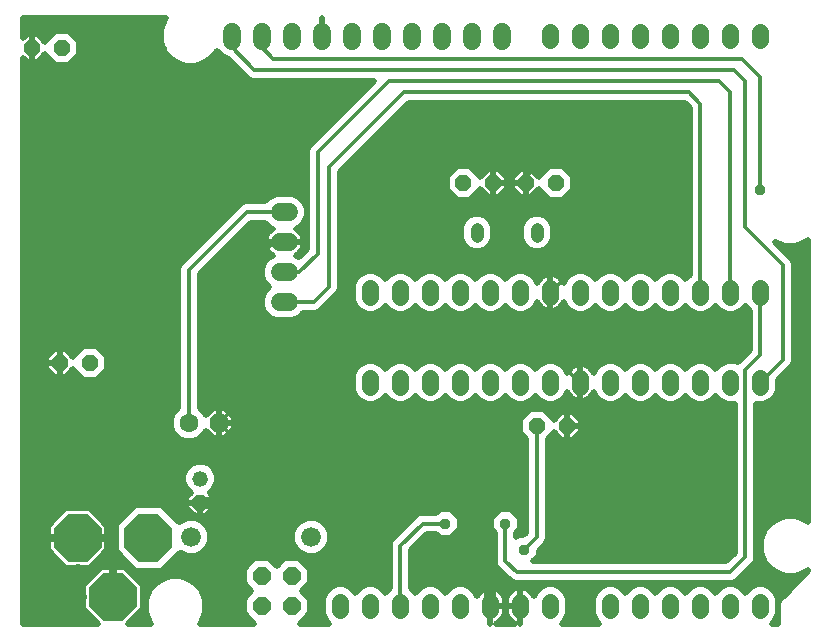
<source format=gbl>
G75*
%MOIN*%
%OFA0B0*%
%FSLAX25Y25*%
%IPPOS*%
%LPD*%
%AMOC8*
5,1,8,0,0,1.08239X$1,22.5*
%
%ADD10C,0.05600*%
%ADD11OC8,0.15748*%
%ADD12C,0.07677*%
%ADD13C,0.04400*%
%ADD14OC8,0.05200*%
%ADD15OC8,0.06300*%
%ADD16C,0.06300*%
%ADD17C,0.05200*%
%ADD18C,0.06600*%
%ADD19C,0.06000*%
%ADD20OC8,0.06000*%
%ADD21OC8,0.03575*%
%ADD22C,0.01200*%
%ADD23C,0.04000*%
%ADD24C,0.02000*%
D10*
X0200480Y0014100D02*
X0200480Y0016900D01*
X0210480Y0016900D02*
X0210480Y0014100D01*
X0220480Y0014100D02*
X0220480Y0016900D01*
X0230480Y0016900D02*
X0230480Y0014100D01*
X0240480Y0014100D02*
X0240480Y0016900D01*
X0250480Y0016900D02*
X0250480Y0014100D01*
X0260480Y0014100D02*
X0260480Y0016900D01*
X0270480Y0016900D02*
X0270480Y0014100D01*
X0290480Y0014100D02*
X0290480Y0016900D01*
X0300480Y0016900D02*
X0300480Y0014100D01*
X0310480Y0014100D02*
X0310480Y0016900D01*
X0320480Y0016900D02*
X0320480Y0014100D01*
X0330480Y0014100D02*
X0330480Y0016900D01*
X0340480Y0016900D02*
X0340480Y0014100D01*
X0340480Y0088600D02*
X0340480Y0091400D01*
X0330480Y0091400D02*
X0330480Y0088600D01*
X0320480Y0088600D02*
X0320480Y0091400D01*
X0310480Y0091400D02*
X0310480Y0088600D01*
X0300480Y0088600D02*
X0300480Y0091400D01*
X0290480Y0091400D02*
X0290480Y0088600D01*
X0280480Y0088600D02*
X0280480Y0091400D01*
X0270480Y0091400D02*
X0270480Y0088600D01*
X0260480Y0088600D02*
X0260480Y0091400D01*
X0250480Y0091400D02*
X0250480Y0088600D01*
X0240480Y0088600D02*
X0240480Y0091400D01*
X0230480Y0091400D02*
X0230480Y0088600D01*
X0220480Y0088600D02*
X0220480Y0091400D01*
X0210480Y0091400D02*
X0210480Y0088600D01*
X0210480Y0118600D02*
X0210480Y0121400D01*
X0220480Y0121400D02*
X0220480Y0118600D01*
X0230480Y0118600D02*
X0230480Y0121400D01*
X0240480Y0121400D02*
X0240480Y0118600D01*
X0250480Y0118600D02*
X0250480Y0121400D01*
X0260480Y0121400D02*
X0260480Y0118600D01*
X0270480Y0118600D02*
X0270480Y0121400D01*
X0280480Y0121400D02*
X0280480Y0118600D01*
X0290480Y0118600D02*
X0290480Y0121400D01*
X0300480Y0121400D02*
X0300480Y0118600D01*
X0310480Y0118600D02*
X0310480Y0121400D01*
X0320480Y0121400D02*
X0320480Y0118600D01*
X0330480Y0118600D02*
X0330480Y0121400D01*
X0340480Y0121400D02*
X0340480Y0118600D01*
X0340480Y0204100D02*
X0340480Y0206900D01*
X0330480Y0206900D02*
X0330480Y0204100D01*
X0320480Y0204100D02*
X0320480Y0206900D01*
X0310480Y0206900D02*
X0310480Y0204100D01*
X0300480Y0204100D02*
X0300480Y0206900D01*
X0290480Y0206900D02*
X0290480Y0204100D01*
X0280480Y0204100D02*
X0280480Y0206900D01*
X0270480Y0206900D02*
X0270480Y0204100D01*
D11*
X0136480Y0038200D03*
X0112880Y0038200D03*
X0124680Y0018500D03*
D12*
X0121680Y0018500D03*
X0127680Y0018500D03*
X0136480Y0035200D03*
X0136480Y0041200D03*
X0112880Y0041200D03*
X0112880Y0035200D03*
D13*
X0245980Y0138900D02*
X0245980Y0141100D01*
X0265980Y0141100D02*
X0265980Y0138900D01*
D14*
X0262230Y0156500D03*
X0272230Y0156500D03*
X0251480Y0156500D03*
X0241480Y0156500D03*
X0116980Y0096500D03*
X0106980Y0096500D03*
X0153730Y0050000D03*
X0265980Y0075500D03*
X0275980Y0075500D03*
X0107730Y0201500D03*
X0097730Y0201500D03*
D15*
X0159980Y0076500D03*
D16*
X0149980Y0076500D03*
D17*
X0153730Y0058000D03*
D18*
X0150730Y0038500D03*
X0190730Y0038500D03*
D19*
X0183230Y0116750D02*
X0180230Y0116750D01*
X0180230Y0126750D02*
X0183230Y0126750D01*
X0183230Y0136750D02*
X0180230Y0136750D01*
X0180230Y0146750D02*
X0183230Y0146750D01*
X0184230Y0204000D02*
X0184230Y0207000D01*
X0174230Y0207000D02*
X0174230Y0204000D01*
X0164230Y0204000D02*
X0164230Y0207000D01*
X0194230Y0207000D02*
X0194230Y0204000D01*
X0204230Y0204000D02*
X0204230Y0207000D01*
X0214230Y0207000D02*
X0214230Y0204000D01*
X0224230Y0204000D02*
X0224230Y0207000D01*
X0234230Y0207000D02*
X0234230Y0204000D01*
X0244230Y0204000D02*
X0244230Y0207000D01*
X0254230Y0207000D02*
X0254230Y0204000D01*
D20*
X0184230Y0025500D03*
X0174230Y0025500D03*
X0174230Y0015500D03*
X0184230Y0015500D03*
D21*
X0235480Y0043000D03*
X0255480Y0043000D03*
X0261730Y0034250D03*
X0340480Y0154250D03*
D22*
X0340480Y0191750D01*
X0334230Y0198000D01*
X0177980Y0198000D01*
X0174230Y0201750D01*
X0174230Y0205500D01*
X0164230Y0205500D02*
X0164230Y0201750D01*
X0171730Y0194250D01*
X0331730Y0194250D01*
X0335480Y0190500D01*
X0335480Y0141750D01*
X0347980Y0129250D01*
X0347980Y0097500D01*
X0340480Y0090000D01*
X0335480Y0094250D02*
X0335480Y0031750D01*
X0330480Y0026750D01*
X0259230Y0026750D01*
X0255480Y0030500D01*
X0255480Y0043000D01*
X0261730Y0034250D02*
X0265480Y0038000D01*
X0265980Y0038500D01*
X0265980Y0075500D01*
X0280480Y0090000D02*
X0270480Y0100000D01*
X0270480Y0104250D01*
X0190480Y0104250D01*
X0187730Y0104250D01*
X0177980Y0104250D01*
X0174230Y0108000D01*
X0174230Y0133000D01*
X0177980Y0136750D01*
X0181730Y0136750D01*
X0181730Y0126750D02*
X0186730Y0126750D01*
X0192980Y0133000D01*
X0192980Y0166750D01*
X0216730Y0190500D01*
X0315480Y0190500D01*
X0315480Y0190500D01*
X0326730Y0190500D01*
X0330480Y0186750D01*
X0330480Y0154250D01*
X0330480Y0120000D01*
X0320480Y0120000D02*
X0320480Y0183000D01*
X0316730Y0186750D01*
X0221730Y0186750D01*
X0196730Y0161750D01*
X0196730Y0121750D01*
X0191730Y0116750D01*
X0181730Y0116750D01*
X0187730Y0104250D02*
X0159980Y0076500D01*
X0186480Y0050000D01*
X0187980Y0050000D01*
X0220480Y0035500D02*
X0227980Y0043000D01*
X0235480Y0043000D01*
X0220480Y0035500D02*
X0220480Y0015500D01*
X0149980Y0076500D02*
X0149980Y0127500D01*
X0169230Y0146750D01*
X0181730Y0146750D01*
X0189762Y0104250D02*
X0190480Y0104250D01*
X0270480Y0104250D02*
X0270480Y0120000D01*
X0282980Y0132500D01*
X0282980Y0159250D01*
X0279230Y0163000D01*
X0266730Y0163000D01*
X0262230Y0158500D01*
X0262230Y0156500D01*
X0280480Y0120500D02*
X0280480Y0120000D01*
X0335480Y0094250D02*
X0340480Y0099250D01*
X0340480Y0120000D01*
X0106980Y0111500D02*
X0106980Y0096500D01*
X0106980Y0111500D02*
X0097730Y0120750D01*
X0097730Y0201500D01*
D23*
X0153730Y0050000D02*
X0187980Y0050000D01*
X0239730Y0050000D01*
X0250480Y0039250D01*
X0250480Y0015500D01*
D24*
X0094580Y0009600D02*
X0094580Y0198145D01*
X0095825Y0196900D01*
X0097730Y0196900D01*
X0097730Y0201500D01*
X0097730Y0206100D01*
X0095825Y0206100D01*
X0094580Y0204855D01*
X0094580Y0211400D01*
X0142381Y0211400D01*
X0142088Y0211107D01*
X0140581Y0207469D01*
X0140581Y0203531D01*
X0142088Y0199893D01*
X0144873Y0197108D01*
X0148511Y0195601D01*
X0152449Y0195601D01*
X0156088Y0197108D01*
X0158873Y0199893D01*
X0159160Y0200586D01*
X0160832Y0198913D01*
X0162785Y0198104D01*
X0169691Y0191198D01*
X0171014Y0190650D01*
X0211789Y0190650D01*
X0189928Y0168789D01*
X0189380Y0167466D01*
X0189380Y0134491D01*
X0186677Y0131788D01*
X0186629Y0131837D01*
X0185510Y0132300D01*
X0185851Y0132474D01*
X0186488Y0132936D01*
X0187044Y0133493D01*
X0187507Y0134129D01*
X0187864Y0134831D01*
X0188107Y0135579D01*
X0188230Y0136356D01*
X0188230Y0136750D01*
X0188230Y0137144D01*
X0188107Y0137921D01*
X0187864Y0138669D01*
X0187507Y0139371D01*
X0187044Y0140007D01*
X0186488Y0140564D01*
X0185851Y0141026D01*
X0185510Y0141200D01*
X0186629Y0141663D01*
X0188317Y0143351D01*
X0189230Y0145557D01*
X0189230Y0147943D01*
X0188317Y0150149D01*
X0186629Y0151837D01*
X0184424Y0152750D01*
X0179037Y0152750D01*
X0176832Y0151837D01*
X0175345Y0150350D01*
X0168514Y0150350D01*
X0167191Y0149802D01*
X0166178Y0148789D01*
X0146928Y0129539D01*
X0146380Y0128216D01*
X0146380Y0081597D01*
X0144767Y0079984D01*
X0143830Y0077723D01*
X0143830Y0075277D01*
X0144767Y0073016D01*
X0146497Y0071286D01*
X0148757Y0070350D01*
X0151204Y0070350D01*
X0153464Y0071286D01*
X0155194Y0073016D01*
X0155483Y0073714D01*
X0157847Y0071350D01*
X0159980Y0071350D01*
X0159980Y0076500D01*
X0159980Y0081650D01*
X0157847Y0081650D01*
X0155483Y0079286D01*
X0155194Y0079984D01*
X0153580Y0081597D01*
X0153580Y0126009D01*
X0170722Y0143150D01*
X0175345Y0143150D01*
X0176832Y0141663D01*
X0177951Y0141200D01*
X0177610Y0141026D01*
X0176973Y0140564D01*
X0176417Y0140007D01*
X0175954Y0139371D01*
X0175597Y0138669D01*
X0175354Y0137921D01*
X0175230Y0137144D01*
X0175230Y0136750D01*
X0175230Y0136356D01*
X0175354Y0135579D01*
X0175597Y0134831D01*
X0175954Y0134129D01*
X0176417Y0133493D01*
X0176973Y0132936D01*
X0177610Y0132474D01*
X0177951Y0132300D01*
X0176832Y0131837D01*
X0175144Y0130149D01*
X0174230Y0127943D01*
X0174230Y0125557D01*
X0175144Y0123351D01*
X0176745Y0121750D01*
X0175144Y0120149D01*
X0174230Y0117943D01*
X0174230Y0115557D01*
X0175144Y0113351D01*
X0176832Y0111663D01*
X0179037Y0110750D01*
X0184424Y0110750D01*
X0186629Y0111663D01*
X0188116Y0113150D01*
X0192447Y0113150D01*
X0193770Y0113698D01*
X0194782Y0114711D01*
X0198770Y0118698D01*
X0199782Y0119711D01*
X0200330Y0121034D01*
X0200330Y0160259D01*
X0223222Y0183150D01*
X0315239Y0183150D01*
X0316880Y0181509D01*
X0316880Y0126002D01*
X0315563Y0124685D01*
X0315480Y0124485D01*
X0315397Y0124685D01*
X0313766Y0126317D01*
X0311634Y0127200D01*
X0309327Y0127200D01*
X0307195Y0126317D01*
X0305563Y0124685D01*
X0305480Y0124485D01*
X0305397Y0124685D01*
X0303766Y0126317D01*
X0301634Y0127200D01*
X0299327Y0127200D01*
X0297195Y0126317D01*
X0295563Y0124685D01*
X0295480Y0124485D01*
X0295397Y0124685D01*
X0293766Y0126317D01*
X0291634Y0127200D01*
X0289327Y0127200D01*
X0287195Y0126317D01*
X0285563Y0124685D01*
X0285480Y0124485D01*
X0285397Y0124685D01*
X0283766Y0126317D01*
X0281634Y0127200D01*
X0279327Y0127200D01*
X0277195Y0126317D01*
X0275563Y0124685D01*
X0274945Y0123192D01*
X0274929Y0123243D01*
X0274586Y0123916D01*
X0274142Y0124527D01*
X0273607Y0125061D01*
X0272996Y0125505D01*
X0272323Y0125848D01*
X0271604Y0126082D01*
X0270858Y0126200D01*
X0270480Y0126200D01*
X0270103Y0126200D01*
X0269356Y0126082D01*
X0268638Y0125848D01*
X0267965Y0125505D01*
X0267353Y0125061D01*
X0266819Y0124527D01*
X0266375Y0123916D01*
X0266032Y0123243D01*
X0266016Y0123192D01*
X0265397Y0124685D01*
X0263766Y0126317D01*
X0261634Y0127200D01*
X0259327Y0127200D01*
X0257195Y0126317D01*
X0255563Y0124685D01*
X0255480Y0124485D01*
X0255397Y0124685D01*
X0253766Y0126317D01*
X0251634Y0127200D01*
X0249327Y0127200D01*
X0247195Y0126317D01*
X0245563Y0124685D01*
X0245480Y0124485D01*
X0245397Y0124685D01*
X0243766Y0126317D01*
X0241634Y0127200D01*
X0239327Y0127200D01*
X0237195Y0126317D01*
X0235563Y0124685D01*
X0235480Y0124485D01*
X0235397Y0124685D01*
X0233766Y0126317D01*
X0231634Y0127200D01*
X0229327Y0127200D01*
X0227195Y0126317D01*
X0225563Y0124685D01*
X0225480Y0124485D01*
X0225397Y0124685D01*
X0223766Y0126317D01*
X0221634Y0127200D01*
X0219327Y0127200D01*
X0217195Y0126317D01*
X0215563Y0124685D01*
X0215480Y0124485D01*
X0215397Y0124685D01*
X0213766Y0126317D01*
X0211634Y0127200D01*
X0209327Y0127200D01*
X0207195Y0126317D01*
X0205563Y0124685D01*
X0204680Y0122554D01*
X0204680Y0117446D01*
X0205563Y0115315D01*
X0207195Y0113683D01*
X0209327Y0112800D01*
X0211634Y0112800D01*
X0213766Y0113683D01*
X0215397Y0115315D01*
X0215480Y0115515D01*
X0215563Y0115315D01*
X0217195Y0113683D01*
X0219327Y0112800D01*
X0221634Y0112800D01*
X0223766Y0113683D01*
X0225397Y0115315D01*
X0225480Y0115515D01*
X0225563Y0115315D01*
X0227195Y0113683D01*
X0229327Y0112800D01*
X0231634Y0112800D01*
X0233766Y0113683D01*
X0235397Y0115315D01*
X0235480Y0115515D01*
X0235563Y0115315D01*
X0237195Y0113683D01*
X0239327Y0112800D01*
X0241634Y0112800D01*
X0243766Y0113683D01*
X0245397Y0115315D01*
X0245480Y0115515D01*
X0245563Y0115315D01*
X0247195Y0113683D01*
X0249327Y0112800D01*
X0251634Y0112800D01*
X0253766Y0113683D01*
X0255397Y0115315D01*
X0255480Y0115515D01*
X0255563Y0115315D01*
X0257195Y0113683D01*
X0259327Y0112800D01*
X0261634Y0112800D01*
X0263766Y0113683D01*
X0265397Y0115315D01*
X0266016Y0116808D01*
X0266032Y0116757D01*
X0266375Y0116084D01*
X0266819Y0115473D01*
X0267353Y0114939D01*
X0267965Y0114495D01*
X0268638Y0114152D01*
X0269356Y0113918D01*
X0270103Y0113800D01*
X0270480Y0113800D01*
X0270480Y0120000D01*
X0270480Y0126200D01*
X0270480Y0120000D01*
X0270480Y0120000D01*
X0270480Y0120000D01*
X0270480Y0113800D01*
X0270858Y0113800D01*
X0271604Y0113918D01*
X0272323Y0114152D01*
X0272996Y0114495D01*
X0273607Y0114939D01*
X0274142Y0115473D01*
X0274586Y0116084D01*
X0274929Y0116757D01*
X0274945Y0116808D01*
X0275563Y0115315D01*
X0277195Y0113683D01*
X0279327Y0112800D01*
X0281634Y0112800D01*
X0283766Y0113683D01*
X0285397Y0115315D01*
X0285480Y0115515D01*
X0285563Y0115315D01*
X0287195Y0113683D01*
X0289327Y0112800D01*
X0291634Y0112800D01*
X0293766Y0113683D01*
X0295397Y0115315D01*
X0295480Y0115515D01*
X0295563Y0115315D01*
X0297195Y0113683D01*
X0299327Y0112800D01*
X0301634Y0112800D01*
X0303766Y0113683D01*
X0305397Y0115315D01*
X0305480Y0115515D01*
X0305563Y0115315D01*
X0307195Y0113683D01*
X0309327Y0112800D01*
X0311634Y0112800D01*
X0313766Y0113683D01*
X0315397Y0115315D01*
X0315480Y0115515D01*
X0315563Y0115315D01*
X0317195Y0113683D01*
X0319327Y0112800D01*
X0321634Y0112800D01*
X0323766Y0113683D01*
X0325397Y0115315D01*
X0325480Y0115515D01*
X0325563Y0115315D01*
X0327195Y0113683D01*
X0329327Y0112800D01*
X0331634Y0112800D01*
X0333766Y0113683D01*
X0335397Y0115315D01*
X0335480Y0115515D01*
X0335563Y0115315D01*
X0336880Y0113998D01*
X0336880Y0100741D01*
X0333441Y0097302D01*
X0332840Y0096701D01*
X0331634Y0097200D01*
X0329327Y0097200D01*
X0327195Y0096317D01*
X0325563Y0094685D01*
X0325480Y0094485D01*
X0325397Y0094685D01*
X0323766Y0096317D01*
X0321634Y0097200D01*
X0319327Y0097200D01*
X0317195Y0096317D01*
X0315563Y0094685D01*
X0315480Y0094485D01*
X0315397Y0094685D01*
X0313766Y0096317D01*
X0311634Y0097200D01*
X0309327Y0097200D01*
X0307195Y0096317D01*
X0305563Y0094685D01*
X0305480Y0094485D01*
X0305397Y0094685D01*
X0303766Y0096317D01*
X0301634Y0097200D01*
X0299327Y0097200D01*
X0297195Y0096317D01*
X0295563Y0094685D01*
X0295480Y0094485D01*
X0295397Y0094685D01*
X0293766Y0096317D01*
X0291634Y0097200D01*
X0289327Y0097200D01*
X0287195Y0096317D01*
X0285563Y0094685D01*
X0284945Y0093192D01*
X0284929Y0093243D01*
X0284586Y0093916D01*
X0284142Y0094527D01*
X0283607Y0095061D01*
X0282996Y0095505D01*
X0282323Y0095848D01*
X0281604Y0096082D01*
X0280858Y0096200D01*
X0280480Y0096200D01*
X0280103Y0096200D01*
X0279356Y0096082D01*
X0278638Y0095848D01*
X0277965Y0095505D01*
X0277353Y0095061D01*
X0276819Y0094527D01*
X0276375Y0093916D01*
X0276032Y0093243D01*
X0276016Y0093192D01*
X0275397Y0094685D01*
X0273766Y0096317D01*
X0271634Y0097200D01*
X0269327Y0097200D01*
X0267195Y0096317D01*
X0265563Y0094685D01*
X0265480Y0094485D01*
X0265397Y0094685D01*
X0263766Y0096317D01*
X0261634Y0097200D01*
X0259327Y0097200D01*
X0257195Y0096317D01*
X0255563Y0094685D01*
X0255480Y0094485D01*
X0255397Y0094685D01*
X0253766Y0096317D01*
X0251634Y0097200D01*
X0249327Y0097200D01*
X0247195Y0096317D01*
X0245563Y0094685D01*
X0245480Y0094485D01*
X0245397Y0094685D01*
X0243766Y0096317D01*
X0241634Y0097200D01*
X0239327Y0097200D01*
X0237195Y0096317D01*
X0235563Y0094685D01*
X0235480Y0094485D01*
X0235397Y0094685D01*
X0233766Y0096317D01*
X0231634Y0097200D01*
X0229327Y0097200D01*
X0227195Y0096317D01*
X0225563Y0094685D01*
X0225480Y0094485D01*
X0225397Y0094685D01*
X0223766Y0096317D01*
X0221634Y0097200D01*
X0219327Y0097200D01*
X0217195Y0096317D01*
X0215563Y0094685D01*
X0215480Y0094485D01*
X0215397Y0094685D01*
X0213766Y0096317D01*
X0211634Y0097200D01*
X0209327Y0097200D01*
X0207195Y0096317D01*
X0205563Y0094685D01*
X0204680Y0092554D01*
X0204680Y0087446D01*
X0205563Y0085315D01*
X0207195Y0083683D01*
X0209327Y0082800D01*
X0211634Y0082800D01*
X0213766Y0083683D01*
X0215397Y0085315D01*
X0215480Y0085515D01*
X0215563Y0085315D01*
X0217195Y0083683D01*
X0219327Y0082800D01*
X0221634Y0082800D01*
X0223766Y0083683D01*
X0225397Y0085315D01*
X0225480Y0085515D01*
X0225563Y0085315D01*
X0227195Y0083683D01*
X0229327Y0082800D01*
X0231634Y0082800D01*
X0233766Y0083683D01*
X0235397Y0085315D01*
X0235480Y0085515D01*
X0235563Y0085315D01*
X0237195Y0083683D01*
X0239327Y0082800D01*
X0241634Y0082800D01*
X0243766Y0083683D01*
X0245397Y0085315D01*
X0245480Y0085515D01*
X0245563Y0085315D01*
X0247195Y0083683D01*
X0249327Y0082800D01*
X0251634Y0082800D01*
X0253766Y0083683D01*
X0255397Y0085315D01*
X0255480Y0085515D01*
X0255563Y0085315D01*
X0257195Y0083683D01*
X0259327Y0082800D01*
X0261634Y0082800D01*
X0263766Y0083683D01*
X0265397Y0085315D01*
X0265480Y0085515D01*
X0265563Y0085315D01*
X0267195Y0083683D01*
X0269327Y0082800D01*
X0271634Y0082800D01*
X0273766Y0083683D01*
X0275397Y0085315D01*
X0276016Y0086808D01*
X0276032Y0086757D01*
X0276375Y0086084D01*
X0276819Y0085473D01*
X0277353Y0084939D01*
X0277965Y0084495D01*
X0278638Y0084152D01*
X0279356Y0083918D01*
X0280103Y0083800D01*
X0280480Y0083800D01*
X0280480Y0090000D01*
X0280480Y0096200D01*
X0280480Y0090000D01*
X0280480Y0090000D01*
X0280480Y0090000D01*
X0280480Y0083800D01*
X0280858Y0083800D01*
X0281604Y0083918D01*
X0282323Y0084152D01*
X0282996Y0084495D01*
X0283607Y0084939D01*
X0284142Y0085473D01*
X0284586Y0086084D01*
X0284929Y0086757D01*
X0284945Y0086808D01*
X0285563Y0085315D01*
X0287195Y0083683D01*
X0289327Y0082800D01*
X0291634Y0082800D01*
X0293766Y0083683D01*
X0295397Y0085315D01*
X0295480Y0085515D01*
X0295563Y0085315D01*
X0297195Y0083683D01*
X0299327Y0082800D01*
X0301634Y0082800D01*
X0303766Y0083683D01*
X0305397Y0085315D01*
X0305480Y0085515D01*
X0305563Y0085315D01*
X0307195Y0083683D01*
X0309327Y0082800D01*
X0311634Y0082800D01*
X0313766Y0083683D01*
X0315397Y0085315D01*
X0315480Y0085515D01*
X0315563Y0085315D01*
X0317195Y0083683D01*
X0319327Y0082800D01*
X0321634Y0082800D01*
X0323766Y0083683D01*
X0325397Y0085315D01*
X0325480Y0085515D01*
X0325563Y0085315D01*
X0327195Y0083683D01*
X0329327Y0082800D01*
X0331634Y0082800D01*
X0331880Y0082902D01*
X0331880Y0033241D01*
X0328989Y0030350D01*
X0264601Y0030350D01*
X0266518Y0032267D01*
X0266518Y0033946D01*
X0267520Y0034948D01*
X0269032Y0036461D01*
X0269580Y0037784D01*
X0269580Y0071180D01*
X0271580Y0073180D01*
X0271580Y0073395D01*
X0274075Y0070900D01*
X0275980Y0070900D01*
X0275980Y0075500D01*
X0275980Y0080100D01*
X0274075Y0080100D01*
X0271580Y0077605D01*
X0271580Y0077820D01*
X0268300Y0081100D01*
X0263661Y0081100D01*
X0260380Y0077820D01*
X0260380Y0073180D01*
X0262380Y0071180D01*
X0262380Y0039991D01*
X0261427Y0039037D01*
X0259747Y0039037D01*
X0259080Y0038370D01*
X0259080Y0039830D01*
X0260268Y0041017D01*
X0260268Y0044983D01*
X0257463Y0047787D01*
X0253497Y0047787D01*
X0250693Y0044983D01*
X0250693Y0041017D01*
X0251880Y0039830D01*
X0251880Y0029784D01*
X0252428Y0028461D01*
X0257191Y0023698D01*
X0258514Y0023150D01*
X0331197Y0023150D01*
X0332520Y0023698D01*
X0333532Y0024711D01*
X0338532Y0029711D01*
X0339080Y0031034D01*
X0339080Y0082902D01*
X0339327Y0082800D01*
X0341634Y0082800D01*
X0343766Y0083683D01*
X0345397Y0085315D01*
X0346280Y0087446D01*
X0346280Y0090709D01*
X0351032Y0095461D01*
X0351580Y0096784D01*
X0351580Y0129966D01*
X0351032Y0131289D01*
X0350020Y0132302D01*
X0345455Y0136867D01*
X0348511Y0135601D01*
X0352449Y0135601D01*
X0356088Y0137108D01*
X0356380Y0137400D01*
X0356380Y0043600D01*
X0356088Y0043892D01*
X0352449Y0045399D01*
X0348511Y0045399D01*
X0344873Y0043892D01*
X0342088Y0041107D01*
X0340581Y0037469D01*
X0340581Y0033531D01*
X0342088Y0029893D01*
X0344873Y0027108D01*
X0348511Y0025601D01*
X0352449Y0025601D01*
X0356088Y0027108D01*
X0356380Y0027400D01*
X0356380Y0027198D01*
X0348158Y0018976D01*
X0347005Y0017822D01*
X0346380Y0016316D01*
X0346380Y0009600D01*
X0344183Y0009600D01*
X0345397Y0010815D01*
X0346280Y0012946D01*
X0346280Y0018054D01*
X0345397Y0020185D01*
X0343766Y0021817D01*
X0341634Y0022700D01*
X0339327Y0022700D01*
X0337195Y0021817D01*
X0335563Y0020185D01*
X0335480Y0019985D01*
X0335397Y0020185D01*
X0333766Y0021817D01*
X0331634Y0022700D01*
X0329327Y0022700D01*
X0327195Y0021817D01*
X0325563Y0020185D01*
X0325480Y0019985D01*
X0325397Y0020185D01*
X0323766Y0021817D01*
X0321634Y0022700D01*
X0319327Y0022700D01*
X0317195Y0021817D01*
X0315563Y0020185D01*
X0315480Y0019985D01*
X0315397Y0020185D01*
X0313766Y0021817D01*
X0311634Y0022700D01*
X0309327Y0022700D01*
X0307195Y0021817D01*
X0305563Y0020185D01*
X0305480Y0019985D01*
X0305397Y0020185D01*
X0303766Y0021817D01*
X0301634Y0022700D01*
X0299327Y0022700D01*
X0297195Y0021817D01*
X0295563Y0020185D01*
X0295480Y0019985D01*
X0295397Y0020185D01*
X0293766Y0021817D01*
X0291634Y0022700D01*
X0289327Y0022700D01*
X0287195Y0021817D01*
X0285563Y0020185D01*
X0284680Y0018054D01*
X0284680Y0012946D01*
X0285563Y0010815D01*
X0286778Y0009600D01*
X0274183Y0009600D01*
X0275397Y0010815D01*
X0276280Y0012946D01*
X0276280Y0018054D01*
X0275397Y0020185D01*
X0273766Y0021817D01*
X0271634Y0022700D01*
X0269327Y0022700D01*
X0267195Y0021817D01*
X0265563Y0020185D01*
X0264945Y0018692D01*
X0264929Y0018743D01*
X0264586Y0019416D01*
X0264142Y0020027D01*
X0263607Y0020561D01*
X0262996Y0021005D01*
X0262323Y0021348D01*
X0261604Y0021582D01*
X0260858Y0021700D01*
X0260480Y0021700D01*
X0260103Y0021700D01*
X0259356Y0021582D01*
X0258638Y0021348D01*
X0257965Y0021005D01*
X0257353Y0020561D01*
X0256819Y0020027D01*
X0256375Y0019416D01*
X0256032Y0018743D01*
X0255799Y0018024D01*
X0255680Y0017278D01*
X0255680Y0015500D01*
X0260480Y0015500D01*
X0255680Y0015500D01*
X0255680Y0013722D01*
X0255799Y0012976D01*
X0256032Y0012257D01*
X0256375Y0011584D01*
X0256819Y0010973D01*
X0257353Y0010439D01*
X0257965Y0009995D01*
X0258638Y0009652D01*
X0258797Y0009600D01*
X0252164Y0009600D01*
X0252323Y0009652D01*
X0252996Y0009995D01*
X0253607Y0010439D01*
X0254142Y0010973D01*
X0254586Y0011584D01*
X0254929Y0012257D01*
X0255162Y0012976D01*
X0255280Y0013722D01*
X0255280Y0015500D01*
X0255280Y0017278D01*
X0255162Y0018024D01*
X0254929Y0018743D01*
X0254586Y0019416D01*
X0254142Y0020027D01*
X0253607Y0020561D01*
X0252996Y0021005D01*
X0252323Y0021348D01*
X0251604Y0021582D01*
X0250858Y0021700D01*
X0250480Y0021700D01*
X0250103Y0021700D01*
X0249356Y0021582D01*
X0248638Y0021348D01*
X0247965Y0021005D01*
X0247353Y0020561D01*
X0246819Y0020027D01*
X0246375Y0019416D01*
X0246032Y0018743D01*
X0246016Y0018692D01*
X0245397Y0020185D01*
X0243766Y0021817D01*
X0241634Y0022700D01*
X0239327Y0022700D01*
X0237195Y0021817D01*
X0235563Y0020185D01*
X0235480Y0019985D01*
X0235397Y0020185D01*
X0233766Y0021817D01*
X0231634Y0022700D01*
X0229327Y0022700D01*
X0227195Y0021817D01*
X0225563Y0020185D01*
X0225480Y0019985D01*
X0225397Y0020185D01*
X0224080Y0021502D01*
X0224080Y0034009D01*
X0229472Y0039400D01*
X0232310Y0039400D01*
X0233497Y0038213D01*
X0237463Y0038213D01*
X0240268Y0041017D01*
X0240268Y0044983D01*
X0237463Y0047787D01*
X0233497Y0047787D01*
X0232310Y0046600D01*
X0227264Y0046600D01*
X0225941Y0046052D01*
X0224928Y0045039D01*
X0217428Y0037539D01*
X0216880Y0036216D01*
X0216880Y0021502D01*
X0215563Y0020185D01*
X0215480Y0019985D01*
X0215397Y0020185D01*
X0213766Y0021817D01*
X0211634Y0022700D01*
X0209327Y0022700D01*
X0207195Y0021817D01*
X0205563Y0020185D01*
X0205480Y0019985D01*
X0205397Y0020185D01*
X0203766Y0021817D01*
X0201634Y0022700D01*
X0199327Y0022700D01*
X0197195Y0021817D01*
X0195563Y0020185D01*
X0194680Y0018054D01*
X0194680Y0012946D01*
X0195563Y0010815D01*
X0196778Y0009600D01*
X0186816Y0009600D01*
X0190230Y0013015D01*
X0190230Y0017985D01*
X0187716Y0020500D01*
X0190230Y0023015D01*
X0190230Y0027985D01*
X0186716Y0031500D01*
X0181745Y0031500D01*
X0179230Y0028985D01*
X0176716Y0031500D01*
X0171745Y0031500D01*
X0168230Y0027985D01*
X0168230Y0023015D01*
X0170745Y0020500D01*
X0168230Y0017985D01*
X0168230Y0013015D01*
X0171645Y0009600D01*
X0153580Y0009600D01*
X0153873Y0009893D01*
X0155380Y0013531D01*
X0155380Y0017469D01*
X0153873Y0021107D01*
X0151088Y0023892D01*
X0147449Y0025399D01*
X0143511Y0025399D01*
X0139873Y0023892D01*
X0137088Y0021107D01*
X0135581Y0017469D01*
X0135581Y0013531D01*
X0137088Y0009893D01*
X0137381Y0009600D01*
X0129744Y0009600D01*
X0134554Y0014410D01*
X0134554Y0018220D01*
X0134519Y0018220D01*
X0134519Y0018780D01*
X0134554Y0018780D01*
X0134554Y0022590D01*
X0128770Y0028374D01*
X0124960Y0028374D01*
X0124960Y0024775D01*
X0124680Y0024659D01*
X0124401Y0024775D01*
X0124401Y0028374D01*
X0120590Y0028374D01*
X0114806Y0022590D01*
X0114806Y0018780D01*
X0114842Y0018780D01*
X0114842Y0018220D01*
X0114806Y0018220D01*
X0114806Y0014410D01*
X0119616Y0009600D01*
X0094580Y0009600D01*
X0094580Y0011496D02*
X0117721Y0011496D01*
X0115722Y0013494D02*
X0094580Y0013494D01*
X0094580Y0015493D02*
X0114806Y0015493D01*
X0114806Y0017491D02*
X0094580Y0017491D01*
X0094580Y0019490D02*
X0114806Y0019490D01*
X0114806Y0021488D02*
X0094580Y0021488D01*
X0094580Y0023487D02*
X0115703Y0023487D01*
X0117702Y0025485D02*
X0094580Y0025485D01*
X0094580Y0027484D02*
X0119700Y0027484D01*
X0118127Y0029482D02*
X0129820Y0029482D01*
X0129661Y0027484D02*
X0131819Y0027484D01*
X0131976Y0027326D02*
X0140985Y0027326D01*
X0146990Y0033331D01*
X0147162Y0033159D01*
X0149477Y0032200D01*
X0151984Y0032200D01*
X0154299Y0033159D01*
X0156071Y0034931D01*
X0157030Y0037247D01*
X0157030Y0039753D01*
X0156071Y0042069D01*
X0154299Y0043841D01*
X0151984Y0044800D01*
X0149477Y0044800D01*
X0147162Y0043841D01*
X0146690Y0043369D01*
X0140985Y0049074D01*
X0131976Y0049074D01*
X0125606Y0042704D01*
X0125606Y0033696D01*
X0131976Y0027326D01*
X0131659Y0025485D02*
X0168230Y0025485D01*
X0168230Y0023487D02*
X0151493Y0023487D01*
X0153492Y0021488D02*
X0169757Y0021488D01*
X0169735Y0019490D02*
X0154543Y0019490D01*
X0155371Y0017491D02*
X0168230Y0017491D01*
X0168230Y0015493D02*
X0155380Y0015493D01*
X0155364Y0013494D02*
X0168230Y0013494D01*
X0169750Y0011496D02*
X0154537Y0011496D01*
X0136424Y0011496D02*
X0131640Y0011496D01*
X0133638Y0013494D02*
X0135596Y0013494D01*
X0135581Y0015493D02*
X0134554Y0015493D01*
X0134554Y0017491D02*
X0135590Y0017491D01*
X0136418Y0019490D02*
X0134554Y0019490D01*
X0134554Y0021488D02*
X0137469Y0021488D01*
X0139467Y0023487D02*
X0133658Y0023487D01*
X0141142Y0027484D02*
X0168230Y0027484D01*
X0169727Y0029482D02*
X0143141Y0029482D01*
X0145139Y0031481D02*
X0171726Y0031481D01*
X0176735Y0031481D02*
X0181726Y0031481D01*
X0179727Y0029482D02*
X0178734Y0029482D01*
X0186735Y0031481D02*
X0216880Y0031481D01*
X0216880Y0033479D02*
X0194619Y0033479D01*
X0194299Y0033159D02*
X0196071Y0034931D01*
X0197030Y0037247D01*
X0197030Y0039753D01*
X0196071Y0042069D01*
X0194299Y0043841D01*
X0191984Y0044800D01*
X0189477Y0044800D01*
X0187162Y0043841D01*
X0185390Y0042069D01*
X0184430Y0039753D01*
X0184430Y0037247D01*
X0185390Y0034931D01*
X0187162Y0033159D01*
X0189477Y0032200D01*
X0191984Y0032200D01*
X0194299Y0033159D01*
X0196298Y0035478D02*
X0216880Y0035478D01*
X0217402Y0037476D02*
X0197030Y0037476D01*
X0197030Y0039475D02*
X0219364Y0039475D01*
X0221362Y0041473D02*
X0196318Y0041473D01*
X0194668Y0043472D02*
X0223361Y0043472D01*
X0225359Y0045470D02*
X0155706Y0045470D01*
X0155636Y0045400D02*
X0158330Y0048095D01*
X0158330Y0050000D01*
X0158330Y0051905D01*
X0156943Y0053293D01*
X0158478Y0054828D01*
X0159330Y0056886D01*
X0159330Y0059114D01*
X0158478Y0061172D01*
X0156903Y0062747D01*
X0154844Y0063600D01*
X0152617Y0063600D01*
X0150558Y0062747D01*
X0148983Y0061172D01*
X0148130Y0059114D01*
X0148130Y0056886D01*
X0148983Y0054828D01*
X0150518Y0053293D01*
X0149130Y0051905D01*
X0149130Y0050000D01*
X0149130Y0048095D01*
X0151825Y0045400D01*
X0153730Y0045400D01*
X0153730Y0050000D01*
X0149130Y0050000D01*
X0153730Y0050000D01*
X0153730Y0050000D01*
X0153730Y0050000D01*
X0153730Y0045400D01*
X0155636Y0045400D01*
X0153730Y0045470D02*
X0153730Y0045470D01*
X0151755Y0045470D02*
X0144588Y0045470D01*
X0142590Y0047469D02*
X0149756Y0047469D01*
X0149130Y0049467D02*
X0094580Y0049467D01*
X0094580Y0047469D02*
X0108185Y0047469D01*
X0108790Y0048074D02*
X0103006Y0042290D01*
X0103006Y0038480D01*
X0106605Y0038480D01*
X0106721Y0038200D01*
X0106605Y0037920D01*
X0103006Y0037920D01*
X0103006Y0034110D01*
X0108790Y0028326D01*
X0112601Y0028326D01*
X0112601Y0028361D01*
X0113160Y0028361D01*
X0113160Y0028326D01*
X0116970Y0028326D01*
X0122754Y0034110D01*
X0122754Y0037920D01*
X0119156Y0037920D01*
X0119040Y0038200D01*
X0119156Y0038480D01*
X0122754Y0038480D01*
X0122754Y0042290D01*
X0116970Y0048074D01*
X0113160Y0048074D01*
X0113160Y0048039D01*
X0112601Y0048039D01*
X0112601Y0048074D01*
X0108790Y0048074D01*
X0106187Y0045470D02*
X0094580Y0045470D01*
X0094580Y0043472D02*
X0104188Y0043472D01*
X0103006Y0041473D02*
X0094580Y0041473D01*
X0094580Y0039475D02*
X0103006Y0039475D01*
X0103006Y0037476D02*
X0094580Y0037476D01*
X0094580Y0035478D02*
X0103006Y0035478D01*
X0103637Y0033479D02*
X0094580Y0033479D01*
X0094580Y0031481D02*
X0105636Y0031481D01*
X0107634Y0029482D02*
X0094580Y0029482D01*
X0120125Y0031481D02*
X0127822Y0031481D01*
X0125823Y0033479D02*
X0122124Y0033479D01*
X0122754Y0035478D02*
X0125606Y0035478D01*
X0125606Y0037476D02*
X0122754Y0037476D01*
X0122754Y0039475D02*
X0125606Y0039475D01*
X0125606Y0041473D02*
X0122754Y0041473D01*
X0121573Y0043472D02*
X0126374Y0043472D01*
X0128372Y0045470D02*
X0119574Y0045470D01*
X0117576Y0047469D02*
X0130371Y0047469D01*
X0146587Y0043472D02*
X0146793Y0043472D01*
X0154668Y0043472D02*
X0186793Y0043472D01*
X0185143Y0041473D02*
X0156318Y0041473D01*
X0157030Y0039475D02*
X0184430Y0039475D01*
X0184430Y0037476D02*
X0157030Y0037476D01*
X0156298Y0035478D02*
X0185163Y0035478D01*
X0186842Y0033479D02*
X0154619Y0033479D01*
X0153730Y0047469D02*
X0153730Y0047469D01*
X0153730Y0049467D02*
X0153730Y0049467D01*
X0153731Y0050000D02*
X0153731Y0050000D01*
X0158330Y0050000D01*
X0153731Y0050000D01*
X0158330Y0049467D02*
X0262380Y0049467D01*
X0262380Y0047469D02*
X0257782Y0047469D01*
X0259781Y0045470D02*
X0262380Y0045470D01*
X0262380Y0043472D02*
X0260268Y0043472D01*
X0260268Y0041473D02*
X0262380Y0041473D01*
X0261864Y0039475D02*
X0259080Y0039475D01*
X0251880Y0039475D02*
X0238726Y0039475D01*
X0240268Y0041473D02*
X0250693Y0041473D01*
X0250693Y0043472D02*
X0240268Y0043472D01*
X0239781Y0045470D02*
X0251180Y0045470D01*
X0253179Y0047469D02*
X0237782Y0047469D01*
X0233179Y0047469D02*
X0157705Y0047469D01*
X0158330Y0051466D02*
X0262380Y0051466D01*
X0262380Y0053464D02*
X0157114Y0053464D01*
X0158741Y0055463D02*
X0262380Y0055463D01*
X0262380Y0057461D02*
X0159330Y0057461D01*
X0159187Y0059460D02*
X0262380Y0059460D01*
X0262380Y0061458D02*
X0158192Y0061458D01*
X0155190Y0063457D02*
X0262380Y0063457D01*
X0262380Y0065455D02*
X0094580Y0065455D01*
X0094580Y0063457D02*
X0152271Y0063457D01*
X0149269Y0061458D02*
X0094580Y0061458D01*
X0094580Y0059460D02*
X0148274Y0059460D01*
X0148130Y0057461D02*
X0094580Y0057461D01*
X0094580Y0055463D02*
X0148720Y0055463D01*
X0150347Y0053464D02*
X0094580Y0053464D01*
X0094580Y0051466D02*
X0149130Y0051466D01*
X0146332Y0071451D02*
X0094580Y0071451D01*
X0094580Y0073449D02*
X0144587Y0073449D01*
X0143830Y0075448D02*
X0094580Y0075448D01*
X0094580Y0077446D02*
X0143830Y0077446D01*
X0144544Y0079445D02*
X0094580Y0079445D01*
X0094580Y0081443D02*
X0146226Y0081443D01*
X0146380Y0083442D02*
X0094580Y0083442D01*
X0094580Y0085440D02*
X0146380Y0085440D01*
X0146380Y0087439D02*
X0094580Y0087439D01*
X0094580Y0089437D02*
X0146380Y0089437D01*
X0146380Y0091436D02*
X0119836Y0091436D01*
X0119300Y0090900D02*
X0122580Y0094180D01*
X0122580Y0098820D01*
X0119300Y0102100D01*
X0114661Y0102100D01*
X0111380Y0098820D01*
X0111380Y0098605D01*
X0108886Y0101100D01*
X0106980Y0101100D01*
X0105075Y0101100D01*
X0102380Y0098405D01*
X0102380Y0096500D01*
X0102380Y0094595D01*
X0105075Y0091900D01*
X0106980Y0091900D01*
X0106980Y0096500D01*
X0102380Y0096500D01*
X0106980Y0096500D01*
X0106980Y0096500D01*
X0106980Y0101100D01*
X0106980Y0096500D01*
X0106980Y0096500D01*
X0106980Y0096500D01*
X0106980Y0091900D01*
X0108886Y0091900D01*
X0111380Y0094395D01*
X0111380Y0094180D01*
X0114661Y0090900D01*
X0119300Y0090900D01*
X0121835Y0093434D02*
X0146380Y0093434D01*
X0146380Y0095433D02*
X0122580Y0095433D01*
X0122580Y0097432D02*
X0146380Y0097432D01*
X0146380Y0099430D02*
X0121970Y0099430D01*
X0119971Y0101429D02*
X0146380Y0101429D01*
X0146380Y0103427D02*
X0094580Y0103427D01*
X0094580Y0101429D02*
X0113989Y0101429D01*
X0111991Y0099430D02*
X0110556Y0099430D01*
X0106980Y0099430D02*
X0106980Y0099430D01*
X0106980Y0097432D02*
X0106980Y0097432D01*
X0106980Y0095433D02*
X0106980Y0095433D01*
X0106980Y0093434D02*
X0106980Y0093434D01*
X0103541Y0093434D02*
X0094580Y0093434D01*
X0094580Y0091436D02*
X0114125Y0091436D01*
X0112126Y0093434D02*
X0110420Y0093434D01*
X0102380Y0095433D02*
X0094580Y0095433D01*
X0094580Y0097432D02*
X0102380Y0097432D01*
X0103405Y0099430D02*
X0094580Y0099430D01*
X0094580Y0105426D02*
X0146380Y0105426D01*
X0146380Y0107424D02*
X0094580Y0107424D01*
X0094580Y0109423D02*
X0146380Y0109423D01*
X0146380Y0111421D02*
X0094580Y0111421D01*
X0094580Y0113420D02*
X0146380Y0113420D01*
X0146380Y0115418D02*
X0094580Y0115418D01*
X0094580Y0117417D02*
X0146380Y0117417D01*
X0146380Y0119415D02*
X0094580Y0119415D01*
X0094580Y0121414D02*
X0146380Y0121414D01*
X0146380Y0123412D02*
X0094580Y0123412D01*
X0094580Y0125411D02*
X0146380Y0125411D01*
X0146380Y0127409D02*
X0094580Y0127409D01*
X0094580Y0129408D02*
X0146874Y0129408D01*
X0148795Y0131406D02*
X0094580Y0131406D01*
X0094580Y0133405D02*
X0150794Y0133405D01*
X0152792Y0135403D02*
X0094580Y0135403D01*
X0094580Y0137402D02*
X0154791Y0137402D01*
X0156790Y0139400D02*
X0094580Y0139400D01*
X0094580Y0141399D02*
X0158788Y0141399D01*
X0160787Y0143397D02*
X0094580Y0143397D01*
X0094580Y0145396D02*
X0162785Y0145396D01*
X0164784Y0147394D02*
X0094580Y0147394D01*
X0094580Y0149393D02*
X0166782Y0149393D01*
X0176386Y0151391D02*
X0094580Y0151391D01*
X0094580Y0153390D02*
X0189380Y0153390D01*
X0189380Y0155388D02*
X0094580Y0155388D01*
X0094580Y0157387D02*
X0189380Y0157387D01*
X0189380Y0159385D02*
X0094580Y0159385D01*
X0094580Y0161384D02*
X0189380Y0161384D01*
X0189380Y0163382D02*
X0094580Y0163382D01*
X0094580Y0165381D02*
X0189380Y0165381D01*
X0189380Y0167379D02*
X0094580Y0167379D01*
X0094580Y0169378D02*
X0190517Y0169378D01*
X0192516Y0171376D02*
X0094580Y0171376D01*
X0094580Y0173375D02*
X0194514Y0173375D01*
X0196513Y0175373D02*
X0094580Y0175373D01*
X0094580Y0177372D02*
X0198511Y0177372D01*
X0200510Y0179370D02*
X0094580Y0179370D01*
X0094580Y0181369D02*
X0202508Y0181369D01*
X0204507Y0183368D02*
X0094580Y0183368D01*
X0094580Y0185366D02*
X0206505Y0185366D01*
X0208504Y0187365D02*
X0094580Y0187365D01*
X0094580Y0189363D02*
X0210502Y0189363D01*
X0221441Y0181369D02*
X0316880Y0181369D01*
X0316880Y0179370D02*
X0219442Y0179370D01*
X0217444Y0177372D02*
X0316880Y0177372D01*
X0316880Y0175373D02*
X0215445Y0175373D01*
X0213447Y0173375D02*
X0316880Y0173375D01*
X0316880Y0171376D02*
X0211448Y0171376D01*
X0209450Y0169378D02*
X0316880Y0169378D01*
X0316880Y0167379D02*
X0207451Y0167379D01*
X0205452Y0165381D02*
X0316880Y0165381D01*
X0316880Y0163382D02*
X0203454Y0163382D01*
X0201455Y0161384D02*
X0238445Y0161384D01*
X0239161Y0162100D02*
X0235880Y0158820D01*
X0235880Y0154180D01*
X0239161Y0150900D01*
X0243800Y0150900D01*
X0247080Y0154180D01*
X0247080Y0154395D01*
X0249575Y0151900D01*
X0251480Y0151900D01*
X0251480Y0156500D01*
X0251480Y0161100D01*
X0249575Y0161100D01*
X0247080Y0158605D01*
X0247080Y0158820D01*
X0243800Y0162100D01*
X0239161Y0162100D01*
X0236446Y0159385D02*
X0200330Y0159385D01*
X0200330Y0157387D02*
X0235880Y0157387D01*
X0235880Y0155388D02*
X0200330Y0155388D01*
X0200330Y0153390D02*
X0236671Y0153390D01*
X0238670Y0151391D02*
X0200330Y0151391D01*
X0200330Y0149393D02*
X0316880Y0149393D01*
X0316880Y0151391D02*
X0275041Y0151391D01*
X0274550Y0150900D02*
X0277830Y0154180D01*
X0277830Y0158820D01*
X0274550Y0162100D01*
X0269911Y0162100D01*
X0266630Y0158820D01*
X0266630Y0158605D01*
X0264136Y0161100D01*
X0262230Y0161100D01*
X0260325Y0161100D01*
X0257630Y0158405D01*
X0257630Y0156500D01*
X0257630Y0154595D01*
X0260325Y0151900D01*
X0262230Y0151900D01*
X0262230Y0156500D01*
X0257630Y0156500D01*
X0262230Y0156500D01*
X0262230Y0156500D01*
X0262230Y0161100D01*
X0262230Y0156500D01*
X0262230Y0156500D01*
X0262230Y0156500D01*
X0262230Y0151900D01*
X0264136Y0151900D01*
X0266630Y0154395D01*
X0266630Y0154180D01*
X0269911Y0150900D01*
X0274550Y0150900D01*
X0277040Y0153390D02*
X0316880Y0153390D01*
X0316880Y0155388D02*
X0277830Y0155388D01*
X0277830Y0157387D02*
X0316880Y0157387D01*
X0316880Y0159385D02*
X0277265Y0159385D01*
X0275266Y0161384D02*
X0316880Y0161384D01*
X0316880Y0147394D02*
X0200330Y0147394D01*
X0200330Y0145396D02*
X0242922Y0145396D01*
X0243035Y0145508D02*
X0241572Y0144046D01*
X0240780Y0142134D01*
X0240780Y0137866D01*
X0241572Y0135954D01*
X0243035Y0134492D01*
X0244946Y0133700D01*
X0247015Y0133700D01*
X0248926Y0134492D01*
X0250389Y0135954D01*
X0251180Y0137866D01*
X0251180Y0142134D01*
X0250389Y0144046D01*
X0248926Y0145508D01*
X0247015Y0146300D01*
X0244946Y0146300D01*
X0243035Y0145508D01*
X0241304Y0143397D02*
X0200330Y0143397D01*
X0200330Y0141399D02*
X0240780Y0141399D01*
X0240780Y0139400D02*
X0200330Y0139400D01*
X0200330Y0137402D02*
X0240973Y0137402D01*
X0242123Y0135403D02*
X0200330Y0135403D01*
X0200330Y0133405D02*
X0316880Y0133405D01*
X0316880Y0135403D02*
X0269838Y0135403D01*
X0270389Y0135954D02*
X0271180Y0137866D01*
X0271180Y0142134D01*
X0270389Y0144046D01*
X0268926Y0145508D01*
X0267015Y0146300D01*
X0264946Y0146300D01*
X0263035Y0145508D01*
X0261572Y0144046D01*
X0260780Y0142134D01*
X0260780Y0137866D01*
X0261572Y0135954D01*
X0263035Y0134492D01*
X0264946Y0133700D01*
X0267015Y0133700D01*
X0268926Y0134492D01*
X0270389Y0135954D01*
X0270988Y0137402D02*
X0316880Y0137402D01*
X0316880Y0139400D02*
X0271180Y0139400D01*
X0271180Y0141399D02*
X0316880Y0141399D01*
X0316880Y0143397D02*
X0270657Y0143397D01*
X0269039Y0145396D02*
X0316880Y0145396D01*
X0316880Y0131406D02*
X0200330Y0131406D01*
X0200330Y0129408D02*
X0316880Y0129408D01*
X0316880Y0127409D02*
X0200330Y0127409D01*
X0200330Y0125411D02*
X0206289Y0125411D01*
X0205036Y0123412D02*
X0200330Y0123412D01*
X0200330Y0121414D02*
X0204680Y0121414D01*
X0204680Y0119415D02*
X0199487Y0119415D01*
X0197488Y0117417D02*
X0204693Y0117417D01*
X0205521Y0115418D02*
X0195490Y0115418D01*
X0193097Y0113420D02*
X0207831Y0113420D01*
X0213130Y0113420D02*
X0217831Y0113420D01*
X0215521Y0115418D02*
X0215440Y0115418D01*
X0223130Y0113420D02*
X0227831Y0113420D01*
X0225521Y0115418D02*
X0225440Y0115418D01*
X0233130Y0113420D02*
X0237831Y0113420D01*
X0235521Y0115418D02*
X0235440Y0115418D01*
X0243130Y0113420D02*
X0247831Y0113420D01*
X0245521Y0115418D02*
X0245440Y0115418D01*
X0253130Y0113420D02*
X0257831Y0113420D01*
X0255521Y0115418D02*
X0255440Y0115418D01*
X0263130Y0113420D02*
X0277831Y0113420D01*
X0275521Y0115418D02*
X0274087Y0115418D01*
X0270480Y0115418D02*
X0270480Y0115418D01*
X0270480Y0117417D02*
X0270480Y0117417D01*
X0270480Y0119415D02*
X0270480Y0119415D01*
X0270480Y0121414D02*
X0270480Y0121414D01*
X0270480Y0123412D02*
X0270480Y0123412D01*
X0270480Y0125411D02*
X0270480Y0125411D01*
X0267834Y0125411D02*
X0264672Y0125411D01*
X0265925Y0123412D02*
X0266119Y0123412D01*
X0273126Y0125411D02*
X0276289Y0125411D01*
X0275036Y0123412D02*
X0274842Y0123412D01*
X0284672Y0125411D02*
X0286289Y0125411D01*
X0294672Y0125411D02*
X0296289Y0125411D01*
X0304672Y0125411D02*
X0306289Y0125411D01*
X0314672Y0125411D02*
X0316289Y0125411D01*
X0315521Y0115418D02*
X0315440Y0115418D01*
X0313130Y0113420D02*
X0317831Y0113420D01*
X0323130Y0113420D02*
X0327831Y0113420D01*
X0325521Y0115418D02*
X0325440Y0115418D01*
X0333130Y0113420D02*
X0336880Y0113420D01*
X0336880Y0111421D02*
X0186044Y0111421D01*
X0177417Y0111421D02*
X0153580Y0111421D01*
X0153580Y0109423D02*
X0336880Y0109423D01*
X0336880Y0107424D02*
X0153580Y0107424D01*
X0153580Y0105426D02*
X0336880Y0105426D01*
X0336880Y0103427D02*
X0153580Y0103427D01*
X0153580Y0101429D02*
X0336880Y0101429D01*
X0335569Y0099430D02*
X0153580Y0099430D01*
X0153580Y0097432D02*
X0333571Y0097432D01*
X0326311Y0095433D02*
X0324650Y0095433D01*
X0316311Y0095433D02*
X0314650Y0095433D01*
X0306311Y0095433D02*
X0304650Y0095433D01*
X0296311Y0095433D02*
X0294650Y0095433D01*
X0286311Y0095433D02*
X0283096Y0095433D01*
X0280480Y0095433D02*
X0280480Y0095433D01*
X0280480Y0093434D02*
X0280480Y0093434D01*
X0280480Y0091436D02*
X0280480Y0091436D01*
X0280480Y0089437D02*
X0280480Y0089437D01*
X0280480Y0087439D02*
X0280480Y0087439D01*
X0280480Y0085440D02*
X0280480Y0085440D01*
X0276852Y0085440D02*
X0275450Y0085440D01*
X0273184Y0083442D02*
X0287777Y0083442D01*
X0285511Y0085440D02*
X0284109Y0085440D01*
X0277886Y0080100D02*
X0275980Y0080100D01*
X0275980Y0075500D01*
X0275980Y0075500D01*
X0275980Y0075500D01*
X0275980Y0070900D01*
X0277886Y0070900D01*
X0280580Y0073595D01*
X0280580Y0075500D01*
X0280580Y0077405D01*
X0277886Y0080100D01*
X0278541Y0079445D02*
X0331880Y0079445D01*
X0331880Y0081443D02*
X0162320Y0081443D01*
X0162114Y0081650D02*
X0159980Y0081650D01*
X0159980Y0076500D01*
X0159980Y0076500D01*
X0159980Y0076500D01*
X0159980Y0071350D01*
X0162114Y0071350D01*
X0165130Y0074367D01*
X0165130Y0076500D01*
X0165130Y0078633D01*
X0162114Y0081650D01*
X0159980Y0081443D02*
X0159980Y0081443D01*
X0159980Y0079445D02*
X0159980Y0079445D01*
X0159980Y0077446D02*
X0159980Y0077446D01*
X0159981Y0076500D02*
X0165130Y0076500D01*
X0159981Y0076500D01*
X0159981Y0076500D01*
X0159980Y0075448D02*
X0159980Y0075448D01*
X0159980Y0073449D02*
X0159980Y0073449D01*
X0159980Y0071451D02*
X0159980Y0071451D01*
X0157746Y0071451D02*
X0153629Y0071451D01*
X0155374Y0073449D02*
X0155748Y0073449D01*
X0155642Y0079445D02*
X0155417Y0079445D01*
X0153734Y0081443D02*
X0157641Y0081443D01*
X0153580Y0083442D02*
X0207777Y0083442D01*
X0205511Y0085440D02*
X0153580Y0085440D01*
X0153580Y0087439D02*
X0204683Y0087439D01*
X0204680Y0089437D02*
X0153580Y0089437D01*
X0153580Y0091436D02*
X0204680Y0091436D01*
X0205045Y0093434D02*
X0153580Y0093434D01*
X0153580Y0095433D02*
X0206311Y0095433D01*
X0214650Y0095433D02*
X0216311Y0095433D01*
X0224650Y0095433D02*
X0226311Y0095433D01*
X0234650Y0095433D02*
X0236311Y0095433D01*
X0244650Y0095433D02*
X0246311Y0095433D01*
X0254650Y0095433D02*
X0256311Y0095433D01*
X0264650Y0095433D02*
X0266311Y0095433D01*
X0274650Y0095433D02*
X0277865Y0095433D01*
X0276130Y0093434D02*
X0275916Y0093434D01*
X0284831Y0093434D02*
X0285045Y0093434D01*
X0295450Y0085440D02*
X0295511Y0085440D01*
X0297777Y0083442D02*
X0293184Y0083442D01*
X0303184Y0083442D02*
X0307777Y0083442D01*
X0305511Y0085440D02*
X0305450Y0085440D01*
X0313184Y0083442D02*
X0317777Y0083442D01*
X0315511Y0085440D02*
X0315450Y0085440D01*
X0323184Y0083442D02*
X0327777Y0083442D01*
X0325511Y0085440D02*
X0325450Y0085440D01*
X0331880Y0077446D02*
X0280539Y0077446D01*
X0280580Y0075500D02*
X0275981Y0075500D01*
X0275981Y0075500D01*
X0280580Y0075500D01*
X0280580Y0075448D02*
X0331880Y0075448D01*
X0331880Y0073449D02*
X0280435Y0073449D01*
X0278437Y0071451D02*
X0331880Y0071451D01*
X0331880Y0069452D02*
X0269580Y0069452D01*
X0269580Y0067454D02*
X0331880Y0067454D01*
X0331880Y0065455D02*
X0269580Y0065455D01*
X0269580Y0063457D02*
X0331880Y0063457D01*
X0331880Y0061458D02*
X0269580Y0061458D01*
X0269580Y0059460D02*
X0331880Y0059460D01*
X0331880Y0057461D02*
X0269580Y0057461D01*
X0269580Y0055463D02*
X0331880Y0055463D01*
X0331880Y0053464D02*
X0269580Y0053464D01*
X0269580Y0051466D02*
X0331880Y0051466D01*
X0331880Y0049467D02*
X0269580Y0049467D01*
X0269580Y0047469D02*
X0331880Y0047469D01*
X0331880Y0045470D02*
X0269580Y0045470D01*
X0269580Y0043472D02*
X0331880Y0043472D01*
X0331880Y0041473D02*
X0269580Y0041473D01*
X0269580Y0039475D02*
X0331880Y0039475D01*
X0331880Y0037476D02*
X0269453Y0037476D01*
X0268049Y0035478D02*
X0331880Y0035478D01*
X0331880Y0033479D02*
X0266518Y0033479D01*
X0265731Y0031481D02*
X0330120Y0031481D01*
X0336305Y0027484D02*
X0344497Y0027484D01*
X0342499Y0029482D02*
X0338304Y0029482D01*
X0339080Y0031481D02*
X0341430Y0031481D01*
X0340603Y0033479D02*
X0339080Y0033479D01*
X0339080Y0035478D02*
X0340581Y0035478D01*
X0340584Y0037476D02*
X0339080Y0037476D01*
X0339080Y0039475D02*
X0341412Y0039475D01*
X0342454Y0041473D02*
X0339080Y0041473D01*
X0339080Y0043472D02*
X0344453Y0043472D01*
X0339080Y0045470D02*
X0356380Y0045470D01*
X0356380Y0047469D02*
X0339080Y0047469D01*
X0339080Y0049467D02*
X0356380Y0049467D01*
X0356380Y0051466D02*
X0339080Y0051466D01*
X0339080Y0053464D02*
X0356380Y0053464D01*
X0356380Y0055463D02*
X0339080Y0055463D01*
X0339080Y0057461D02*
X0356380Y0057461D01*
X0356380Y0059460D02*
X0339080Y0059460D01*
X0339080Y0061458D02*
X0356380Y0061458D01*
X0356380Y0063457D02*
X0339080Y0063457D01*
X0339080Y0065455D02*
X0356380Y0065455D01*
X0356380Y0067454D02*
X0339080Y0067454D01*
X0339080Y0069452D02*
X0356380Y0069452D01*
X0356380Y0071451D02*
X0339080Y0071451D01*
X0339080Y0073449D02*
X0356380Y0073449D01*
X0356380Y0075448D02*
X0339080Y0075448D01*
X0339080Y0077446D02*
X0356380Y0077446D01*
X0356380Y0079445D02*
X0339080Y0079445D01*
X0339080Y0081443D02*
X0356380Y0081443D01*
X0356380Y0083442D02*
X0343184Y0083442D01*
X0345450Y0085440D02*
X0356380Y0085440D01*
X0356380Y0087439D02*
X0346277Y0087439D01*
X0346280Y0089437D02*
X0356380Y0089437D01*
X0356380Y0091436D02*
X0347008Y0091436D01*
X0349006Y0093434D02*
X0356380Y0093434D01*
X0356380Y0095433D02*
X0351005Y0095433D01*
X0351580Y0097432D02*
X0356380Y0097432D01*
X0356380Y0099430D02*
X0351580Y0099430D01*
X0351580Y0101429D02*
X0356380Y0101429D01*
X0356380Y0103427D02*
X0351580Y0103427D01*
X0351580Y0105426D02*
X0356380Y0105426D01*
X0356380Y0107424D02*
X0351580Y0107424D01*
X0351580Y0109423D02*
X0356380Y0109423D01*
X0356380Y0111421D02*
X0351580Y0111421D01*
X0351580Y0113420D02*
X0356380Y0113420D01*
X0356380Y0115418D02*
X0351580Y0115418D01*
X0351580Y0117417D02*
X0356380Y0117417D01*
X0356380Y0119415D02*
X0351580Y0119415D01*
X0351580Y0121414D02*
X0356380Y0121414D01*
X0356380Y0123412D02*
X0351580Y0123412D01*
X0351580Y0125411D02*
X0356380Y0125411D01*
X0356380Y0127409D02*
X0351580Y0127409D01*
X0351580Y0129408D02*
X0356380Y0129408D01*
X0356380Y0131406D02*
X0350915Y0131406D01*
X0348917Y0133405D02*
X0356380Y0133405D01*
X0356380Y0135403D02*
X0346918Y0135403D01*
X0335521Y0115418D02*
X0335440Y0115418D01*
X0307831Y0113420D02*
X0303130Y0113420D01*
X0305440Y0115418D02*
X0305521Y0115418D01*
X0297831Y0113420D02*
X0293130Y0113420D01*
X0295440Y0115418D02*
X0295521Y0115418D01*
X0287831Y0113420D02*
X0283130Y0113420D01*
X0285440Y0115418D02*
X0285521Y0115418D01*
X0266874Y0115418D02*
X0265440Y0115418D01*
X0256289Y0125411D02*
X0254672Y0125411D01*
X0246289Y0125411D02*
X0244672Y0125411D01*
X0236289Y0125411D02*
X0234672Y0125411D01*
X0226289Y0125411D02*
X0224672Y0125411D01*
X0216289Y0125411D02*
X0214672Y0125411D01*
X0189380Y0135403D02*
X0188050Y0135403D01*
X0188230Y0136750D02*
X0181731Y0136750D01*
X0188230Y0136750D01*
X0188190Y0137402D02*
X0189380Y0137402D01*
X0189380Y0139400D02*
X0187485Y0139400D01*
X0185990Y0141399D02*
X0189380Y0141399D01*
X0189380Y0143397D02*
X0188336Y0143397D01*
X0189164Y0145396D02*
X0189380Y0145396D01*
X0189380Y0147394D02*
X0189230Y0147394D01*
X0189380Y0149393D02*
X0188630Y0149393D01*
X0189380Y0151391D02*
X0187074Y0151391D01*
X0177471Y0141399D02*
X0168970Y0141399D01*
X0166972Y0139400D02*
X0175976Y0139400D01*
X0175271Y0137402D02*
X0164973Y0137402D01*
X0162975Y0135403D02*
X0175411Y0135403D01*
X0175230Y0136750D02*
X0181730Y0136750D01*
X0181730Y0136750D01*
X0175230Y0136750D01*
X0176505Y0133405D02*
X0160976Y0133405D01*
X0158978Y0131406D02*
X0176401Y0131406D01*
X0174837Y0129408D02*
X0156979Y0129408D01*
X0154981Y0127409D02*
X0174230Y0127409D01*
X0174291Y0125411D02*
X0153580Y0125411D01*
X0153580Y0123412D02*
X0175119Y0123412D01*
X0176409Y0121414D02*
X0153580Y0121414D01*
X0153580Y0119415D02*
X0174840Y0119415D01*
X0174230Y0117417D02*
X0153580Y0117417D01*
X0153580Y0115418D02*
X0174288Y0115418D01*
X0175116Y0113420D02*
X0153580Y0113420D01*
X0186956Y0133405D02*
X0188294Y0133405D01*
X0181731Y0136750D02*
X0181731Y0136750D01*
X0244291Y0151391D02*
X0269420Y0151391D01*
X0267421Y0153390D02*
X0265626Y0153390D01*
X0262230Y0153390D02*
X0262230Y0153390D01*
X0262230Y0155388D02*
X0262230Y0155388D01*
X0262230Y0157387D02*
X0262230Y0157387D01*
X0262230Y0159385D02*
X0262230Y0159385D01*
X0258610Y0159385D02*
X0255100Y0159385D01*
X0256080Y0158405D02*
X0253386Y0161100D01*
X0251480Y0161100D01*
X0251480Y0156500D01*
X0251480Y0156500D01*
X0251480Y0156500D01*
X0251480Y0151900D01*
X0253386Y0151900D01*
X0256080Y0154595D01*
X0256080Y0156500D01*
X0256080Y0158405D01*
X0256080Y0157387D02*
X0257630Y0157387D01*
X0256080Y0156500D02*
X0251481Y0156500D01*
X0251481Y0156500D01*
X0256080Y0156500D01*
X0256080Y0155388D02*
X0257630Y0155388D01*
X0258835Y0153390D02*
X0254876Y0153390D01*
X0251480Y0153390D02*
X0251480Y0153390D01*
X0251480Y0155388D02*
X0251480Y0155388D01*
X0251480Y0157387D02*
X0251480Y0157387D01*
X0251480Y0159385D02*
X0251480Y0159385D01*
X0247860Y0159385D02*
X0246515Y0159385D01*
X0244516Y0161384D02*
X0269195Y0161384D01*
X0267196Y0159385D02*
X0265850Y0159385D01*
X0248085Y0153390D02*
X0246290Y0153390D01*
X0249039Y0145396D02*
X0262922Y0145396D01*
X0261304Y0143397D02*
X0250657Y0143397D01*
X0251180Y0141399D02*
X0260780Y0141399D01*
X0260780Y0139400D02*
X0251180Y0139400D01*
X0250988Y0137402D02*
X0260973Y0137402D01*
X0262123Y0135403D02*
X0249838Y0135403D01*
X0245511Y0085440D02*
X0245450Y0085440D01*
X0243184Y0083442D02*
X0247777Y0083442D01*
X0253184Y0083442D02*
X0257777Y0083442D01*
X0255511Y0085440D02*
X0255450Y0085440D01*
X0263184Y0083442D02*
X0267777Y0083442D01*
X0265511Y0085440D02*
X0265450Y0085440D01*
X0262006Y0079445D02*
X0164319Y0079445D01*
X0165130Y0077446D02*
X0260380Y0077446D01*
X0260380Y0075448D02*
X0165130Y0075448D01*
X0164213Y0073449D02*
X0260380Y0073449D01*
X0262110Y0071451D02*
X0162214Y0071451D01*
X0213184Y0083442D02*
X0217777Y0083442D01*
X0215511Y0085440D02*
X0215450Y0085440D01*
X0223184Y0083442D02*
X0227777Y0083442D01*
X0225511Y0085440D02*
X0225450Y0085440D01*
X0233184Y0083442D02*
X0237777Y0083442D01*
X0235511Y0085440D02*
X0235450Y0085440D01*
X0262380Y0069452D02*
X0094580Y0069452D01*
X0094580Y0067454D02*
X0262380Y0067454D01*
X0269851Y0071451D02*
X0273524Y0071451D01*
X0275980Y0071451D02*
X0275980Y0071451D01*
X0275980Y0073449D02*
X0275980Y0073449D01*
X0275980Y0075448D02*
X0275980Y0075448D01*
X0275980Y0077446D02*
X0275980Y0077446D01*
X0275980Y0079445D02*
X0275980Y0079445D01*
X0273420Y0079445D02*
X0269955Y0079445D01*
X0251880Y0037476D02*
X0227548Y0037476D01*
X0225549Y0035478D02*
X0251880Y0035478D01*
X0251880Y0033479D02*
X0224080Y0033479D01*
X0224080Y0031481D02*
X0251880Y0031481D01*
X0252005Y0029482D02*
X0224080Y0029482D01*
X0224080Y0027484D02*
X0253406Y0027484D01*
X0255404Y0025485D02*
X0224080Y0025485D01*
X0224080Y0023487D02*
X0257702Y0023487D01*
X0259068Y0021488D02*
X0251893Y0021488D01*
X0250480Y0021488D02*
X0250480Y0021488D01*
X0250480Y0021700D02*
X0250480Y0015500D01*
X0250480Y0015500D01*
X0250480Y0015500D01*
X0250480Y0009600D01*
X0250480Y0009600D01*
X0250480Y0015500D01*
X0250480Y0021700D01*
X0249068Y0021488D02*
X0244095Y0021488D01*
X0245686Y0019490D02*
X0246429Y0019490D01*
X0250480Y0019490D02*
X0250480Y0019490D01*
X0250480Y0017491D02*
X0250480Y0017491D01*
X0250481Y0015500D02*
X0255280Y0015500D01*
X0250481Y0015500D01*
X0250481Y0015500D01*
X0250480Y0015493D02*
X0250480Y0015493D01*
X0250480Y0013494D02*
X0250480Y0013494D01*
X0250480Y0011496D02*
X0250480Y0011496D01*
X0254521Y0011496D02*
X0256440Y0011496D01*
X0255717Y0013494D02*
X0255244Y0013494D01*
X0255280Y0015493D02*
X0255680Y0015493D01*
X0255714Y0017491D02*
X0255247Y0017491D01*
X0254532Y0019490D02*
X0256429Y0019490D01*
X0260480Y0019490D02*
X0260480Y0019490D01*
X0260480Y0021488D02*
X0260480Y0021488D01*
X0260480Y0021700D02*
X0260480Y0015500D01*
X0260480Y0015500D01*
X0260480Y0015500D01*
X0260480Y0015500D01*
X0260480Y0009600D01*
X0260480Y0009600D01*
X0260480Y0015500D01*
X0260480Y0021700D01*
X0261893Y0021488D02*
X0266866Y0021488D01*
X0265275Y0019490D02*
X0264532Y0019490D01*
X0260480Y0017491D02*
X0260480Y0017491D01*
X0260480Y0015493D02*
X0260480Y0015493D01*
X0260480Y0013494D02*
X0260480Y0013494D01*
X0260480Y0011496D02*
X0260480Y0011496D01*
X0275679Y0011496D02*
X0285281Y0011496D01*
X0284680Y0013494D02*
X0276280Y0013494D01*
X0276280Y0015493D02*
X0284680Y0015493D01*
X0284680Y0017491D02*
X0276280Y0017491D01*
X0275686Y0019490D02*
X0285275Y0019490D01*
X0286866Y0021488D02*
X0274095Y0021488D01*
X0294095Y0021488D02*
X0296866Y0021488D01*
X0304095Y0021488D02*
X0306866Y0021488D01*
X0314095Y0021488D02*
X0316866Y0021488D01*
X0324095Y0021488D02*
X0326866Y0021488D01*
X0332009Y0023487D02*
X0352669Y0023487D01*
X0354667Y0025485D02*
X0334307Y0025485D01*
X0334095Y0021488D02*
X0336866Y0021488D01*
X0344095Y0021488D02*
X0350670Y0021488D01*
X0348672Y0019490D02*
X0345686Y0019490D01*
X0346280Y0017491D02*
X0346867Y0017491D01*
X0348158Y0018976D02*
X0348158Y0018976D01*
X0346380Y0015493D02*
X0346280Y0015493D01*
X0346280Y0013494D02*
X0346380Y0013494D01*
X0346380Y0011496D02*
X0345679Y0011496D01*
X0236866Y0021488D02*
X0234095Y0021488D01*
X0226866Y0021488D02*
X0224095Y0021488D01*
X0216866Y0021488D02*
X0214095Y0021488D01*
X0216880Y0023487D02*
X0190230Y0023487D01*
X0190230Y0025485D02*
X0216880Y0025485D01*
X0216880Y0027484D02*
X0190230Y0027484D01*
X0188734Y0029482D02*
X0216880Y0029482D01*
X0206866Y0021488D02*
X0204095Y0021488D01*
X0196866Y0021488D02*
X0188704Y0021488D01*
X0188726Y0019490D02*
X0195275Y0019490D01*
X0194680Y0017491D02*
X0190230Y0017491D01*
X0190230Y0015493D02*
X0194680Y0015493D01*
X0194680Y0013494D02*
X0190230Y0013494D01*
X0188711Y0011496D02*
X0195281Y0011496D01*
X0124960Y0025485D02*
X0124401Y0025485D01*
X0124401Y0027484D02*
X0124960Y0027484D01*
X0094580Y0191362D02*
X0169528Y0191362D01*
X0167529Y0193360D02*
X0094580Y0193360D01*
X0094580Y0195359D02*
X0165531Y0195359D01*
X0163532Y0197357D02*
X0156337Y0197357D01*
X0158336Y0199356D02*
X0160390Y0199356D01*
X0144624Y0197357D02*
X0111507Y0197357D01*
X0110050Y0195900D02*
X0113330Y0199180D01*
X0113330Y0203820D01*
X0110050Y0207100D01*
X0105411Y0207100D01*
X0102130Y0203820D01*
X0102130Y0203605D01*
X0099636Y0206100D01*
X0097730Y0206100D01*
X0097730Y0201500D01*
X0097730Y0201500D01*
X0097730Y0201500D01*
X0097730Y0196900D01*
X0099636Y0196900D01*
X0102130Y0199395D01*
X0102130Y0199180D01*
X0105411Y0195900D01*
X0110050Y0195900D01*
X0113330Y0199356D02*
X0142625Y0199356D01*
X0141483Y0201354D02*
X0113330Y0201354D01*
X0113330Y0203353D02*
X0140655Y0203353D01*
X0140581Y0205351D02*
X0111799Y0205351D01*
X0103662Y0205351D02*
X0100385Y0205351D01*
X0097730Y0205351D02*
X0097730Y0205351D01*
X0097730Y0203353D02*
X0097730Y0203353D01*
X0097730Y0201354D02*
X0097730Y0201354D01*
X0097730Y0199356D02*
X0097730Y0199356D01*
X0097730Y0197357D02*
X0097730Y0197357D01*
X0095368Y0197357D02*
X0094580Y0197357D01*
X0100093Y0197357D02*
X0103954Y0197357D01*
X0102130Y0199356D02*
X0102091Y0199356D01*
X0095076Y0205351D02*
X0094580Y0205351D01*
X0094580Y0207350D02*
X0140581Y0207350D01*
X0141360Y0209348D02*
X0094580Y0209348D01*
X0094580Y0211347D02*
X0142328Y0211347D01*
X0194230Y0211347D02*
X0194230Y0211347D01*
X0194230Y0211400D02*
X0194230Y0205500D01*
X0194230Y0205500D01*
X0194230Y0211400D01*
X0194230Y0211400D01*
X0194230Y0209348D02*
X0194230Y0209348D01*
X0194230Y0207350D02*
X0194230Y0207350D01*
M02*

</source>
